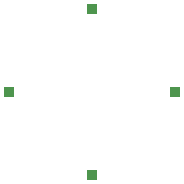
<source format=gbs>
%TF.GenerationSoftware,KiCad,Pcbnew,7.0.6*%
%TF.CreationDate,2023-08-11T19:23:08-02:30*%
%TF.ProjectId,bioin_tacto_bno08x,62696f69-6e5f-4746-9163-746f5f626e6f,rev?*%
%TF.SameCoordinates,Original*%
%TF.FileFunction,Soldermask,Bot*%
%TF.FilePolarity,Negative*%
%FSLAX46Y46*%
G04 Gerber Fmt 4.6, Leading zero omitted, Abs format (unit mm)*
G04 Created by KiCad (PCBNEW 7.0.6) date 2023-08-11 19:23:08*
%MOMM*%
%LPD*%
G01*
G04 APERTURE LIST*
%ADD10R,0.850000X0.850000*%
G04 APERTURE END LIST*
D10*
%TO.C,J4*%
X137000000Y-70000000D03*
%TD*%
%TO.C,J3*%
X123000000Y-70000000D03*
%TD*%
%TO.C,J2*%
X130000000Y-77000000D03*
%TD*%
%TO.C,J1*%
X130000000Y-63000000D03*
%TD*%
M02*

</source>
